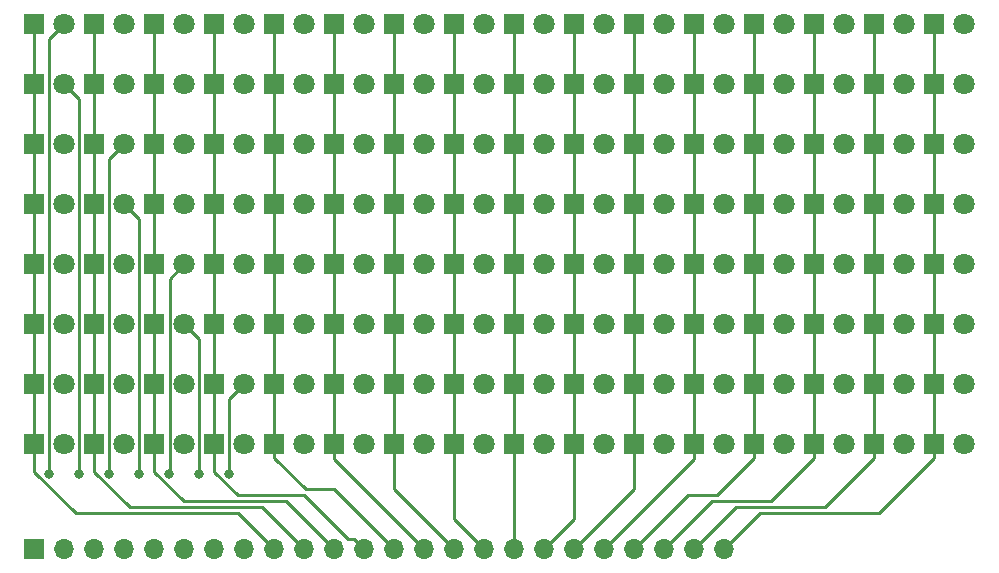
<source format=gbr>
G04 #@! TF.GenerationSoftware,KiCad,Pcbnew,5.0.2-bee76a0~70~ubuntu16.04.1*
G04 #@! TF.CreationDate,2019-11-21T15:25:57-08:00*
G04 #@! TF.ProjectId,led-panel,6c65642d-7061-46e6-956c-2e6b69636164,rev?*
G04 #@! TF.SameCoordinates,Original*
G04 #@! TF.FileFunction,Copper,L1,Top*
G04 #@! TF.FilePolarity,Positive*
%FSLAX46Y46*%
G04 Gerber Fmt 4.6, Leading zero omitted, Abs format (unit mm)*
G04 Created by KiCad (PCBNEW 5.0.2-bee76a0~70~ubuntu16.04.1) date Thu 21 Nov 2019 03:25:57 PM PST*
%MOMM*%
%LPD*%
G01*
G04 APERTURE LIST*
G04 #@! TA.AperFunction,ComponentPad*
%ADD10R,1.800000X1.800000*%
G04 #@! TD*
G04 #@! TA.AperFunction,ComponentPad*
%ADD11C,1.800000*%
G04 #@! TD*
G04 #@! TA.AperFunction,ComponentPad*
%ADD12R,1.700000X1.700000*%
G04 #@! TD*
G04 #@! TA.AperFunction,ComponentPad*
%ADD13O,1.700000X1.700000*%
G04 #@! TD*
G04 #@! TA.AperFunction,ViaPad*
%ADD14C,0.800000*%
G04 #@! TD*
G04 #@! TA.AperFunction,Conductor*
%ADD15C,0.250000*%
G04 #@! TD*
G04 APERTURE END LIST*
D10*
G04 #@! TO.P,D39,1*
G04 #@! TO.N,Net-(D32-Pad1)*
X127000000Y-99060000D03*
D11*
G04 #@! TO.P,D39,2*
G04 #@! TO.N,Net-(D103-Pad2)*
X129540000Y-99060000D03*
G04 #@! TD*
G04 #@! TO.P,D0,2*
G04 #@! TO.N,Net-(D0-Pad2)*
X109220000Y-63500000D03*
D10*
G04 #@! TO.P,D0,1*
G04 #@! TO.N,Net-(D0-Pad1)*
X106680000Y-63500000D03*
G04 #@! TD*
G04 #@! TO.P,D1,1*
G04 #@! TO.N,Net-(D0-Pad1)*
X106680000Y-68580000D03*
D11*
G04 #@! TO.P,D1,2*
G04 #@! TO.N,Net-(D1-Pad2)*
X109220000Y-68580000D03*
G04 #@! TD*
D10*
G04 #@! TO.P,D2,1*
G04 #@! TO.N,Net-(D0-Pad1)*
X106680000Y-73660000D03*
D11*
G04 #@! TO.P,D2,2*
G04 #@! TO.N,Net-(D10-Pad2)*
X109220000Y-73660000D03*
G04 #@! TD*
D10*
G04 #@! TO.P,D3,1*
G04 #@! TO.N,Net-(D0-Pad1)*
X106680000Y-78740000D03*
D11*
G04 #@! TO.P,D3,2*
G04 #@! TO.N,Net-(D107-Pad2)*
X109220000Y-78740000D03*
G04 #@! TD*
G04 #@! TO.P,D4,2*
G04 #@! TO.N,Net-(D100-Pad2)*
X109220000Y-83820000D03*
D10*
G04 #@! TO.P,D4,1*
G04 #@! TO.N,Net-(D0-Pad1)*
X106680000Y-83820000D03*
G04 #@! TD*
G04 #@! TO.P,D5,1*
G04 #@! TO.N,Net-(D0-Pad1)*
X106680000Y-88900000D03*
D11*
G04 #@! TO.P,D5,2*
G04 #@! TO.N,Net-(D101-Pad2)*
X109220000Y-88900000D03*
G04 #@! TD*
D10*
G04 #@! TO.P,D6,1*
G04 #@! TO.N,Net-(D0-Pad1)*
X106680000Y-93980000D03*
D11*
G04 #@! TO.P,D6,2*
G04 #@! TO.N,Net-(D102-Pad2)*
X109220000Y-93980000D03*
G04 #@! TD*
D10*
G04 #@! TO.P,D7,1*
G04 #@! TO.N,Net-(D0-Pad1)*
X106680000Y-99060000D03*
D11*
G04 #@! TO.P,D7,2*
G04 #@! TO.N,Net-(D103-Pad2)*
X109220000Y-99060000D03*
G04 #@! TD*
D10*
G04 #@! TO.P,D8,1*
G04 #@! TO.N,Net-(D10-Pad1)*
X111760000Y-63500000D03*
D11*
G04 #@! TO.P,D8,2*
G04 #@! TO.N,Net-(D0-Pad2)*
X114300000Y-63500000D03*
G04 #@! TD*
G04 #@! TO.P,D9,2*
G04 #@! TO.N,Net-(D1-Pad2)*
X114300000Y-68580000D03*
D10*
G04 #@! TO.P,D9,1*
G04 #@! TO.N,Net-(D10-Pad1)*
X111760000Y-68580000D03*
G04 #@! TD*
D11*
G04 #@! TO.P,D10,2*
G04 #@! TO.N,Net-(D10-Pad2)*
X114300000Y-73660000D03*
D10*
G04 #@! TO.P,D10,1*
G04 #@! TO.N,Net-(D10-Pad1)*
X111760000Y-73660000D03*
G04 #@! TD*
D11*
G04 #@! TO.P,D11,2*
G04 #@! TO.N,Net-(D107-Pad2)*
X114300000Y-78740000D03*
D10*
G04 #@! TO.P,D11,1*
G04 #@! TO.N,Net-(D10-Pad1)*
X111760000Y-78740000D03*
G04 #@! TD*
G04 #@! TO.P,D12,1*
G04 #@! TO.N,Net-(D10-Pad1)*
X111760000Y-83820000D03*
D11*
G04 #@! TO.P,D12,2*
G04 #@! TO.N,Net-(D100-Pad2)*
X114300000Y-83820000D03*
G04 #@! TD*
G04 #@! TO.P,D13,2*
G04 #@! TO.N,Net-(D101-Pad2)*
X114300000Y-88900000D03*
D10*
G04 #@! TO.P,D13,1*
G04 #@! TO.N,Net-(D10-Pad1)*
X111760000Y-88900000D03*
G04 #@! TD*
D11*
G04 #@! TO.P,D14,2*
G04 #@! TO.N,Net-(D102-Pad2)*
X114300000Y-93980000D03*
D10*
G04 #@! TO.P,D14,1*
G04 #@! TO.N,Net-(D10-Pad1)*
X111760000Y-93980000D03*
G04 #@! TD*
D11*
G04 #@! TO.P,D15,2*
G04 #@! TO.N,Net-(D103-Pad2)*
X114300000Y-99060000D03*
D10*
G04 #@! TO.P,D15,1*
G04 #@! TO.N,Net-(D10-Pad1)*
X111760000Y-99060000D03*
G04 #@! TD*
G04 #@! TO.P,D16,1*
G04 #@! TO.N,Net-(D16-Pad1)*
X116840000Y-63500000D03*
D11*
G04 #@! TO.P,D16,2*
G04 #@! TO.N,Net-(D0-Pad2)*
X119380000Y-63500000D03*
G04 #@! TD*
D10*
G04 #@! TO.P,D17,1*
G04 #@! TO.N,Net-(D16-Pad1)*
X116840000Y-68580000D03*
D11*
G04 #@! TO.P,D17,2*
G04 #@! TO.N,Net-(D1-Pad2)*
X119380000Y-68580000D03*
G04 #@! TD*
D10*
G04 #@! TO.P,D18,1*
G04 #@! TO.N,Net-(D16-Pad1)*
X116840000Y-73660000D03*
D11*
G04 #@! TO.P,D18,2*
G04 #@! TO.N,Net-(D10-Pad2)*
X119380000Y-73660000D03*
G04 #@! TD*
D10*
G04 #@! TO.P,D19,1*
G04 #@! TO.N,Net-(D16-Pad1)*
X116840000Y-78740000D03*
D11*
G04 #@! TO.P,D19,2*
G04 #@! TO.N,Net-(D107-Pad2)*
X119380000Y-78740000D03*
G04 #@! TD*
D10*
G04 #@! TO.P,D20,1*
G04 #@! TO.N,Net-(D16-Pad1)*
X116840000Y-83820000D03*
D11*
G04 #@! TO.P,D20,2*
G04 #@! TO.N,Net-(D100-Pad2)*
X119380000Y-83820000D03*
G04 #@! TD*
D10*
G04 #@! TO.P,D21,1*
G04 #@! TO.N,Net-(D16-Pad1)*
X116840000Y-88900000D03*
D11*
G04 #@! TO.P,D21,2*
G04 #@! TO.N,Net-(D101-Pad2)*
X119380000Y-88900000D03*
G04 #@! TD*
D10*
G04 #@! TO.P,D22,1*
G04 #@! TO.N,Net-(D16-Pad1)*
X116840000Y-93980000D03*
D11*
G04 #@! TO.P,D22,2*
G04 #@! TO.N,Net-(D102-Pad2)*
X119380000Y-93980000D03*
G04 #@! TD*
D10*
G04 #@! TO.P,D23,1*
G04 #@! TO.N,Net-(D16-Pad1)*
X116840000Y-99060000D03*
D11*
G04 #@! TO.P,D23,2*
G04 #@! TO.N,Net-(D103-Pad2)*
X119380000Y-99060000D03*
G04 #@! TD*
G04 #@! TO.P,D24,2*
G04 #@! TO.N,Net-(D0-Pad2)*
X124460000Y-63500000D03*
D10*
G04 #@! TO.P,D24,1*
G04 #@! TO.N,Net-(D24-Pad1)*
X121920000Y-63500000D03*
G04 #@! TD*
D11*
G04 #@! TO.P,D25,2*
G04 #@! TO.N,Net-(D1-Pad2)*
X124460000Y-68580000D03*
D10*
G04 #@! TO.P,D25,1*
G04 #@! TO.N,Net-(D24-Pad1)*
X121920000Y-68580000D03*
G04 #@! TD*
D11*
G04 #@! TO.P,D26,2*
G04 #@! TO.N,Net-(D10-Pad2)*
X124460000Y-73660000D03*
D10*
G04 #@! TO.P,D26,1*
G04 #@! TO.N,Net-(D24-Pad1)*
X121920000Y-73660000D03*
G04 #@! TD*
D11*
G04 #@! TO.P,D27,2*
G04 #@! TO.N,Net-(D107-Pad2)*
X124460000Y-78740000D03*
D10*
G04 #@! TO.P,D27,1*
G04 #@! TO.N,Net-(D24-Pad1)*
X121920000Y-78740000D03*
G04 #@! TD*
D11*
G04 #@! TO.P,D28,2*
G04 #@! TO.N,Net-(D100-Pad2)*
X124460000Y-83820000D03*
D10*
G04 #@! TO.P,D28,1*
G04 #@! TO.N,Net-(D24-Pad1)*
X121920000Y-83820000D03*
G04 #@! TD*
D11*
G04 #@! TO.P,D29,2*
G04 #@! TO.N,Net-(D101-Pad2)*
X124460000Y-88900000D03*
D10*
G04 #@! TO.P,D29,1*
G04 #@! TO.N,Net-(D24-Pad1)*
X121920000Y-88900000D03*
G04 #@! TD*
D11*
G04 #@! TO.P,D30,2*
G04 #@! TO.N,Net-(D102-Pad2)*
X124460000Y-93980000D03*
D10*
G04 #@! TO.P,D30,1*
G04 #@! TO.N,Net-(D24-Pad1)*
X121920000Y-93980000D03*
G04 #@! TD*
G04 #@! TO.P,D31,1*
G04 #@! TO.N,Net-(D24-Pad1)*
X121920000Y-99060000D03*
D11*
G04 #@! TO.P,D31,2*
G04 #@! TO.N,Net-(D103-Pad2)*
X124460000Y-99060000D03*
G04 #@! TD*
D10*
G04 #@! TO.P,D32,1*
G04 #@! TO.N,Net-(D32-Pad1)*
X127000000Y-63500000D03*
D11*
G04 #@! TO.P,D32,2*
G04 #@! TO.N,Net-(D0-Pad2)*
X129540000Y-63500000D03*
G04 #@! TD*
D10*
G04 #@! TO.P,D33,1*
G04 #@! TO.N,Net-(D32-Pad1)*
X127000000Y-68580000D03*
D11*
G04 #@! TO.P,D33,2*
G04 #@! TO.N,Net-(D1-Pad2)*
X129540000Y-68580000D03*
G04 #@! TD*
D10*
G04 #@! TO.P,D34,1*
G04 #@! TO.N,Net-(D32-Pad1)*
X127000000Y-73660000D03*
D11*
G04 #@! TO.P,D34,2*
G04 #@! TO.N,Net-(D10-Pad2)*
X129540000Y-73660000D03*
G04 #@! TD*
D10*
G04 #@! TO.P,D35,1*
G04 #@! TO.N,Net-(D32-Pad1)*
X127000000Y-78740000D03*
D11*
G04 #@! TO.P,D35,2*
G04 #@! TO.N,Net-(D107-Pad2)*
X129540000Y-78740000D03*
G04 #@! TD*
G04 #@! TO.P,D36,2*
G04 #@! TO.N,Net-(D100-Pad2)*
X129540000Y-83820000D03*
D10*
G04 #@! TO.P,D36,1*
G04 #@! TO.N,Net-(D32-Pad1)*
X127000000Y-83820000D03*
G04 #@! TD*
G04 #@! TO.P,D37,1*
G04 #@! TO.N,Net-(D32-Pad1)*
X127000000Y-88900000D03*
D11*
G04 #@! TO.P,D37,2*
G04 #@! TO.N,Net-(D101-Pad2)*
X129540000Y-88900000D03*
G04 #@! TD*
D10*
G04 #@! TO.P,D38,1*
G04 #@! TO.N,Net-(D32-Pad1)*
X127000000Y-93980000D03*
D11*
G04 #@! TO.P,D38,2*
G04 #@! TO.N,Net-(D102-Pad2)*
X129540000Y-93980000D03*
G04 #@! TD*
G04 #@! TO.P,D40,2*
G04 #@! TO.N,Net-(D0-Pad2)*
X134620000Y-63500000D03*
D10*
G04 #@! TO.P,D40,1*
G04 #@! TO.N,Net-(D40-Pad1)*
X132080000Y-63500000D03*
G04 #@! TD*
D11*
G04 #@! TO.P,D41,2*
G04 #@! TO.N,Net-(D1-Pad2)*
X134620000Y-68580000D03*
D10*
G04 #@! TO.P,D41,1*
G04 #@! TO.N,Net-(D40-Pad1)*
X132080000Y-68580000D03*
G04 #@! TD*
D11*
G04 #@! TO.P,D42,2*
G04 #@! TO.N,Net-(D10-Pad2)*
X134620000Y-73660000D03*
D10*
G04 #@! TO.P,D42,1*
G04 #@! TO.N,Net-(D40-Pad1)*
X132080000Y-73660000D03*
G04 #@! TD*
D11*
G04 #@! TO.P,D43,2*
G04 #@! TO.N,Net-(D107-Pad2)*
X134620000Y-78740000D03*
D10*
G04 #@! TO.P,D43,1*
G04 #@! TO.N,Net-(D40-Pad1)*
X132080000Y-78740000D03*
G04 #@! TD*
D11*
G04 #@! TO.P,D44,2*
G04 #@! TO.N,Net-(D100-Pad2)*
X134620000Y-83820000D03*
D10*
G04 #@! TO.P,D44,1*
G04 #@! TO.N,Net-(D40-Pad1)*
X132080000Y-83820000D03*
G04 #@! TD*
D11*
G04 #@! TO.P,D45,2*
G04 #@! TO.N,Net-(D101-Pad2)*
X134620000Y-88900000D03*
D10*
G04 #@! TO.P,D45,1*
G04 #@! TO.N,Net-(D40-Pad1)*
X132080000Y-88900000D03*
G04 #@! TD*
D11*
G04 #@! TO.P,D46,2*
G04 #@! TO.N,Net-(D102-Pad2)*
X134620000Y-93980000D03*
D10*
G04 #@! TO.P,D46,1*
G04 #@! TO.N,Net-(D40-Pad1)*
X132080000Y-93980000D03*
G04 #@! TD*
D11*
G04 #@! TO.P,D47,2*
G04 #@! TO.N,Net-(D103-Pad2)*
X134620000Y-99060000D03*
D10*
G04 #@! TO.P,D47,1*
G04 #@! TO.N,Net-(D40-Pad1)*
X132080000Y-99060000D03*
G04 #@! TD*
G04 #@! TO.P,D48,1*
G04 #@! TO.N,Net-(D48-Pad1)*
X137160000Y-63500000D03*
D11*
G04 #@! TO.P,D48,2*
G04 #@! TO.N,Net-(D0-Pad2)*
X139700000Y-63500000D03*
G04 #@! TD*
D10*
G04 #@! TO.P,D49,1*
G04 #@! TO.N,Net-(D48-Pad1)*
X137160000Y-68580000D03*
D11*
G04 #@! TO.P,D49,2*
G04 #@! TO.N,Net-(D1-Pad2)*
X139700000Y-68580000D03*
G04 #@! TD*
D10*
G04 #@! TO.P,D50,1*
G04 #@! TO.N,Net-(D48-Pad1)*
X137160000Y-73660000D03*
D11*
G04 #@! TO.P,D50,2*
G04 #@! TO.N,Net-(D10-Pad2)*
X139700000Y-73660000D03*
G04 #@! TD*
D10*
G04 #@! TO.P,D51,1*
G04 #@! TO.N,Net-(D48-Pad1)*
X137160000Y-78740000D03*
D11*
G04 #@! TO.P,D51,2*
G04 #@! TO.N,Net-(D107-Pad2)*
X139700000Y-78740000D03*
G04 #@! TD*
D10*
G04 #@! TO.P,D52,1*
G04 #@! TO.N,Net-(D48-Pad1)*
X137160000Y-83820000D03*
D11*
G04 #@! TO.P,D52,2*
G04 #@! TO.N,Net-(D100-Pad2)*
X139700000Y-83820000D03*
G04 #@! TD*
D10*
G04 #@! TO.P,D53,1*
G04 #@! TO.N,Net-(D48-Pad1)*
X137160000Y-88900000D03*
D11*
G04 #@! TO.P,D53,2*
G04 #@! TO.N,Net-(D101-Pad2)*
X139700000Y-88900000D03*
G04 #@! TD*
D10*
G04 #@! TO.P,D54,1*
G04 #@! TO.N,Net-(D48-Pad1)*
X137160000Y-93980000D03*
D11*
G04 #@! TO.P,D54,2*
G04 #@! TO.N,Net-(D102-Pad2)*
X139700000Y-93980000D03*
G04 #@! TD*
D10*
G04 #@! TO.P,D55,1*
G04 #@! TO.N,Net-(D48-Pad1)*
X137160000Y-99060000D03*
D11*
G04 #@! TO.P,D55,2*
G04 #@! TO.N,Net-(D103-Pad2)*
X139700000Y-99060000D03*
G04 #@! TD*
G04 #@! TO.P,D56,2*
G04 #@! TO.N,Net-(D0-Pad2)*
X144780000Y-63500000D03*
D10*
G04 #@! TO.P,D56,1*
G04 #@! TO.N,Net-(D56-Pad1)*
X142240000Y-63500000D03*
G04 #@! TD*
D11*
G04 #@! TO.P,D57,2*
G04 #@! TO.N,Net-(D1-Pad2)*
X144780000Y-68580000D03*
D10*
G04 #@! TO.P,D57,1*
G04 #@! TO.N,Net-(D56-Pad1)*
X142240000Y-68580000D03*
G04 #@! TD*
D11*
G04 #@! TO.P,D58,2*
G04 #@! TO.N,Net-(D10-Pad2)*
X144780000Y-73660000D03*
D10*
G04 #@! TO.P,D58,1*
G04 #@! TO.N,Net-(D56-Pad1)*
X142240000Y-73660000D03*
G04 #@! TD*
D11*
G04 #@! TO.P,D59,2*
G04 #@! TO.N,Net-(D107-Pad2)*
X144780000Y-78740000D03*
D10*
G04 #@! TO.P,D59,1*
G04 #@! TO.N,Net-(D56-Pad1)*
X142240000Y-78740000D03*
G04 #@! TD*
D11*
G04 #@! TO.P,D60,2*
G04 #@! TO.N,Net-(D100-Pad2)*
X144780000Y-83820000D03*
D10*
G04 #@! TO.P,D60,1*
G04 #@! TO.N,Net-(D56-Pad1)*
X142240000Y-83820000D03*
G04 #@! TD*
D11*
G04 #@! TO.P,D61,2*
G04 #@! TO.N,Net-(D101-Pad2)*
X144780000Y-88900000D03*
D10*
G04 #@! TO.P,D61,1*
G04 #@! TO.N,Net-(D56-Pad1)*
X142240000Y-88900000D03*
G04 #@! TD*
D11*
G04 #@! TO.P,D62,2*
G04 #@! TO.N,Net-(D102-Pad2)*
X144780000Y-93980000D03*
D10*
G04 #@! TO.P,D62,1*
G04 #@! TO.N,Net-(D56-Pad1)*
X142240000Y-93980000D03*
G04 #@! TD*
G04 #@! TO.P,D63,1*
G04 #@! TO.N,Net-(D56-Pad1)*
X142240000Y-99060000D03*
D11*
G04 #@! TO.P,D63,2*
G04 #@! TO.N,Net-(D103-Pad2)*
X144780000Y-99060000D03*
G04 #@! TD*
G04 #@! TO.P,D64,2*
G04 #@! TO.N,Net-(D0-Pad2)*
X149860000Y-63500000D03*
D10*
G04 #@! TO.P,D64,1*
G04 #@! TO.N,Net-(D64-Pad1)*
X147320000Y-63500000D03*
G04 #@! TD*
G04 #@! TO.P,D65,1*
G04 #@! TO.N,Net-(D64-Pad1)*
X147320000Y-68580000D03*
D11*
G04 #@! TO.P,D65,2*
G04 #@! TO.N,Net-(D1-Pad2)*
X149860000Y-68580000D03*
G04 #@! TD*
D10*
G04 #@! TO.P,D66,1*
G04 #@! TO.N,Net-(D64-Pad1)*
X147320000Y-73660000D03*
D11*
G04 #@! TO.P,D66,2*
G04 #@! TO.N,Net-(D10-Pad2)*
X149860000Y-73660000D03*
G04 #@! TD*
D10*
G04 #@! TO.P,D67,1*
G04 #@! TO.N,Net-(D64-Pad1)*
X147320000Y-78740000D03*
D11*
G04 #@! TO.P,D67,2*
G04 #@! TO.N,Net-(D107-Pad2)*
X149860000Y-78740000D03*
G04 #@! TD*
D10*
G04 #@! TO.P,D68,1*
G04 #@! TO.N,Net-(D64-Pad1)*
X147320000Y-83820000D03*
D11*
G04 #@! TO.P,D68,2*
G04 #@! TO.N,Net-(D100-Pad2)*
X149860000Y-83820000D03*
G04 #@! TD*
D10*
G04 #@! TO.P,D69,1*
G04 #@! TO.N,Net-(D64-Pad1)*
X147320000Y-88900000D03*
D11*
G04 #@! TO.P,D69,2*
G04 #@! TO.N,Net-(D101-Pad2)*
X149860000Y-88900000D03*
G04 #@! TD*
D10*
G04 #@! TO.P,D70,1*
G04 #@! TO.N,Net-(D64-Pad1)*
X147320000Y-93980000D03*
D11*
G04 #@! TO.P,D70,2*
G04 #@! TO.N,Net-(D102-Pad2)*
X149860000Y-93980000D03*
G04 #@! TD*
D10*
G04 #@! TO.P,D71,1*
G04 #@! TO.N,Net-(D64-Pad1)*
X147320000Y-99060000D03*
D11*
G04 #@! TO.P,D71,2*
G04 #@! TO.N,Net-(D103-Pad2)*
X149860000Y-99060000D03*
G04 #@! TD*
G04 #@! TO.P,D72,2*
G04 #@! TO.N,Net-(D0-Pad2)*
X154940000Y-63500000D03*
D10*
G04 #@! TO.P,D72,1*
G04 #@! TO.N,Net-(D72-Pad1)*
X152400000Y-63500000D03*
G04 #@! TD*
D11*
G04 #@! TO.P,D73,2*
G04 #@! TO.N,Net-(D1-Pad2)*
X154940000Y-68580000D03*
D10*
G04 #@! TO.P,D73,1*
G04 #@! TO.N,Net-(D72-Pad1)*
X152400000Y-68580000D03*
G04 #@! TD*
D11*
G04 #@! TO.P,D74,2*
G04 #@! TO.N,Net-(D10-Pad2)*
X154940000Y-73660000D03*
D10*
G04 #@! TO.P,D74,1*
G04 #@! TO.N,Net-(D72-Pad1)*
X152400000Y-73660000D03*
G04 #@! TD*
D11*
G04 #@! TO.P,D75,2*
G04 #@! TO.N,Net-(D107-Pad2)*
X154940000Y-78740000D03*
D10*
G04 #@! TO.P,D75,1*
G04 #@! TO.N,Net-(D72-Pad1)*
X152400000Y-78740000D03*
G04 #@! TD*
D11*
G04 #@! TO.P,D76,2*
G04 #@! TO.N,Net-(D100-Pad2)*
X154940000Y-83820000D03*
D10*
G04 #@! TO.P,D76,1*
G04 #@! TO.N,Net-(D72-Pad1)*
X152400000Y-83820000D03*
G04 #@! TD*
D11*
G04 #@! TO.P,D77,2*
G04 #@! TO.N,Net-(D101-Pad2)*
X154940000Y-88900000D03*
D10*
G04 #@! TO.P,D77,1*
G04 #@! TO.N,Net-(D72-Pad1)*
X152400000Y-88900000D03*
G04 #@! TD*
D11*
G04 #@! TO.P,D78,2*
G04 #@! TO.N,Net-(D102-Pad2)*
X154940000Y-93980000D03*
D10*
G04 #@! TO.P,D78,1*
G04 #@! TO.N,Net-(D72-Pad1)*
X152400000Y-93980000D03*
G04 #@! TD*
D11*
G04 #@! TO.P,D79,2*
G04 #@! TO.N,Net-(D103-Pad2)*
X154940000Y-99060000D03*
D10*
G04 #@! TO.P,D79,1*
G04 #@! TO.N,Net-(D72-Pad1)*
X152400000Y-99060000D03*
G04 #@! TD*
G04 #@! TO.P,D80,1*
G04 #@! TO.N,Net-(D80-Pad1)*
X157480000Y-63500000D03*
D11*
G04 #@! TO.P,D80,2*
G04 #@! TO.N,Net-(D0-Pad2)*
X160020000Y-63500000D03*
G04 #@! TD*
D10*
G04 #@! TO.P,D81,1*
G04 #@! TO.N,Net-(D80-Pad1)*
X157480000Y-68580000D03*
D11*
G04 #@! TO.P,D81,2*
G04 #@! TO.N,Net-(D1-Pad2)*
X160020000Y-68580000D03*
G04 #@! TD*
D10*
G04 #@! TO.P,D82,1*
G04 #@! TO.N,Net-(D80-Pad1)*
X157480000Y-73660000D03*
D11*
G04 #@! TO.P,D82,2*
G04 #@! TO.N,Net-(D10-Pad2)*
X160020000Y-73660000D03*
G04 #@! TD*
D10*
G04 #@! TO.P,D83,1*
G04 #@! TO.N,Net-(D80-Pad1)*
X157480000Y-78740000D03*
D11*
G04 #@! TO.P,D83,2*
G04 #@! TO.N,Net-(D107-Pad2)*
X160020000Y-78740000D03*
G04 #@! TD*
D10*
G04 #@! TO.P,D84,1*
G04 #@! TO.N,Net-(D80-Pad1)*
X157480000Y-83820000D03*
D11*
G04 #@! TO.P,D84,2*
G04 #@! TO.N,Net-(D100-Pad2)*
X160020000Y-83820000D03*
G04 #@! TD*
D10*
G04 #@! TO.P,D85,1*
G04 #@! TO.N,Net-(D80-Pad1)*
X157480000Y-88900000D03*
D11*
G04 #@! TO.P,D85,2*
G04 #@! TO.N,Net-(D101-Pad2)*
X160020000Y-88900000D03*
G04 #@! TD*
D10*
G04 #@! TO.P,D86,1*
G04 #@! TO.N,Net-(D80-Pad1)*
X157480000Y-93980000D03*
D11*
G04 #@! TO.P,D86,2*
G04 #@! TO.N,Net-(D102-Pad2)*
X160020000Y-93980000D03*
G04 #@! TD*
D10*
G04 #@! TO.P,D87,1*
G04 #@! TO.N,Net-(D80-Pad1)*
X157480000Y-99060000D03*
D11*
G04 #@! TO.P,D87,2*
G04 #@! TO.N,Net-(D103-Pad2)*
X160020000Y-99060000D03*
G04 #@! TD*
G04 #@! TO.P,D88,2*
G04 #@! TO.N,Net-(D0-Pad2)*
X165100000Y-63500000D03*
D10*
G04 #@! TO.P,D88,1*
G04 #@! TO.N,Net-(D88-Pad1)*
X162560000Y-63500000D03*
G04 #@! TD*
D11*
G04 #@! TO.P,D89,2*
G04 #@! TO.N,Net-(D1-Pad2)*
X165100000Y-68580000D03*
D10*
G04 #@! TO.P,D89,1*
G04 #@! TO.N,Net-(D88-Pad1)*
X162560000Y-68580000D03*
G04 #@! TD*
D11*
G04 #@! TO.P,D90,2*
G04 #@! TO.N,Net-(D10-Pad2)*
X165100000Y-73660000D03*
D10*
G04 #@! TO.P,D90,1*
G04 #@! TO.N,Net-(D88-Pad1)*
X162560000Y-73660000D03*
G04 #@! TD*
D11*
G04 #@! TO.P,D91,2*
G04 #@! TO.N,Net-(D107-Pad2)*
X165100000Y-78740000D03*
D10*
G04 #@! TO.P,D91,1*
G04 #@! TO.N,Net-(D88-Pad1)*
X162560000Y-78740000D03*
G04 #@! TD*
D11*
G04 #@! TO.P,D92,2*
G04 #@! TO.N,Net-(D100-Pad2)*
X165100000Y-83820000D03*
D10*
G04 #@! TO.P,D92,1*
G04 #@! TO.N,Net-(D88-Pad1)*
X162560000Y-83820000D03*
G04 #@! TD*
D11*
G04 #@! TO.P,D93,2*
G04 #@! TO.N,Net-(D101-Pad2)*
X165100000Y-88900000D03*
D10*
G04 #@! TO.P,D93,1*
G04 #@! TO.N,Net-(D88-Pad1)*
X162560000Y-88900000D03*
G04 #@! TD*
D11*
G04 #@! TO.P,D94,2*
G04 #@! TO.N,Net-(D102-Pad2)*
X165100000Y-93980000D03*
D10*
G04 #@! TO.P,D94,1*
G04 #@! TO.N,Net-(D88-Pad1)*
X162560000Y-93980000D03*
G04 #@! TD*
D11*
G04 #@! TO.P,D95,2*
G04 #@! TO.N,Net-(D103-Pad2)*
X165100000Y-99060000D03*
D10*
G04 #@! TO.P,D95,1*
G04 #@! TO.N,Net-(D88-Pad1)*
X162560000Y-99060000D03*
G04 #@! TD*
G04 #@! TO.P,D96,1*
G04 #@! TO.N,Net-(D100-Pad1)*
X167640000Y-63500000D03*
D11*
G04 #@! TO.P,D96,2*
G04 #@! TO.N,Net-(D0-Pad2)*
X170180000Y-63500000D03*
G04 #@! TD*
D10*
G04 #@! TO.P,D97,1*
G04 #@! TO.N,Net-(D100-Pad1)*
X167640000Y-68580000D03*
D11*
G04 #@! TO.P,D97,2*
G04 #@! TO.N,Net-(D1-Pad2)*
X170180000Y-68580000D03*
G04 #@! TD*
D10*
G04 #@! TO.P,D98,1*
G04 #@! TO.N,Net-(D100-Pad1)*
X167640000Y-73660000D03*
D11*
G04 #@! TO.P,D98,2*
G04 #@! TO.N,Net-(D10-Pad2)*
X170180000Y-73660000D03*
G04 #@! TD*
D10*
G04 #@! TO.P,D99,1*
G04 #@! TO.N,Net-(D100-Pad1)*
X167640000Y-78740000D03*
D11*
G04 #@! TO.P,D99,2*
G04 #@! TO.N,Net-(D107-Pad2)*
X170180000Y-78740000D03*
G04 #@! TD*
D10*
G04 #@! TO.P,D100,1*
G04 #@! TO.N,Net-(D100-Pad1)*
X167640000Y-83820000D03*
D11*
G04 #@! TO.P,D100,2*
G04 #@! TO.N,Net-(D100-Pad2)*
X170180000Y-83820000D03*
G04 #@! TD*
D10*
G04 #@! TO.P,D101,1*
G04 #@! TO.N,Net-(D100-Pad1)*
X167640000Y-88900000D03*
D11*
G04 #@! TO.P,D101,2*
G04 #@! TO.N,Net-(D101-Pad2)*
X170180000Y-88900000D03*
G04 #@! TD*
D10*
G04 #@! TO.P,D102,1*
G04 #@! TO.N,Net-(D100-Pad1)*
X167640000Y-93980000D03*
D11*
G04 #@! TO.P,D102,2*
G04 #@! TO.N,Net-(D102-Pad2)*
X170180000Y-93980000D03*
G04 #@! TD*
D10*
G04 #@! TO.P,D103,1*
G04 #@! TO.N,Net-(D100-Pad1)*
X167640000Y-99060000D03*
D11*
G04 #@! TO.P,D103,2*
G04 #@! TO.N,Net-(D103-Pad2)*
X170180000Y-99060000D03*
G04 #@! TD*
G04 #@! TO.P,D104,2*
G04 #@! TO.N,Net-(D0-Pad2)*
X175260000Y-63500000D03*
D10*
G04 #@! TO.P,D104,1*
G04 #@! TO.N,Net-(D104-Pad1)*
X172720000Y-63500000D03*
G04 #@! TD*
D11*
G04 #@! TO.P,D105,2*
G04 #@! TO.N,Net-(D1-Pad2)*
X175260000Y-68580000D03*
D10*
G04 #@! TO.P,D105,1*
G04 #@! TO.N,Net-(D104-Pad1)*
X172720000Y-68580000D03*
G04 #@! TD*
D11*
G04 #@! TO.P,D106,2*
G04 #@! TO.N,Net-(D10-Pad2)*
X175260000Y-73660000D03*
D10*
G04 #@! TO.P,D106,1*
G04 #@! TO.N,Net-(D104-Pad1)*
X172720000Y-73660000D03*
G04 #@! TD*
D11*
G04 #@! TO.P,D107,2*
G04 #@! TO.N,Net-(D107-Pad2)*
X175260000Y-78740000D03*
D10*
G04 #@! TO.P,D107,1*
G04 #@! TO.N,Net-(D104-Pad1)*
X172720000Y-78740000D03*
G04 #@! TD*
D11*
G04 #@! TO.P,D108,2*
G04 #@! TO.N,Net-(D100-Pad2)*
X175260000Y-83820000D03*
D10*
G04 #@! TO.P,D108,1*
G04 #@! TO.N,Net-(D104-Pad1)*
X172720000Y-83820000D03*
G04 #@! TD*
D11*
G04 #@! TO.P,D109,2*
G04 #@! TO.N,Net-(D101-Pad2)*
X175260000Y-88900000D03*
D10*
G04 #@! TO.P,D109,1*
G04 #@! TO.N,Net-(D104-Pad1)*
X172720000Y-88900000D03*
G04 #@! TD*
D11*
G04 #@! TO.P,D110,2*
G04 #@! TO.N,Net-(D102-Pad2)*
X175260000Y-93980000D03*
D10*
G04 #@! TO.P,D110,1*
G04 #@! TO.N,Net-(D104-Pad1)*
X172720000Y-93980000D03*
G04 #@! TD*
D11*
G04 #@! TO.P,D111,2*
G04 #@! TO.N,Net-(D103-Pad2)*
X175260000Y-99060000D03*
D10*
G04 #@! TO.P,D111,1*
G04 #@! TO.N,Net-(D104-Pad1)*
X172720000Y-99060000D03*
G04 #@! TD*
G04 #@! TO.P,D112,1*
G04 #@! TO.N,Net-(D112-Pad1)*
X177800000Y-63500000D03*
D11*
G04 #@! TO.P,D112,2*
G04 #@! TO.N,Net-(D0-Pad2)*
X180340000Y-63500000D03*
G04 #@! TD*
D10*
G04 #@! TO.P,D113,1*
G04 #@! TO.N,Net-(D112-Pad1)*
X177800000Y-68580000D03*
D11*
G04 #@! TO.P,D113,2*
G04 #@! TO.N,Net-(D1-Pad2)*
X180340000Y-68580000D03*
G04 #@! TD*
D10*
G04 #@! TO.P,D114,1*
G04 #@! TO.N,Net-(D112-Pad1)*
X177800000Y-73660000D03*
D11*
G04 #@! TO.P,D114,2*
G04 #@! TO.N,Net-(D10-Pad2)*
X180340000Y-73660000D03*
G04 #@! TD*
D10*
G04 #@! TO.P,D115,1*
G04 #@! TO.N,Net-(D112-Pad1)*
X177800000Y-78740000D03*
D11*
G04 #@! TO.P,D115,2*
G04 #@! TO.N,Net-(D107-Pad2)*
X180340000Y-78740000D03*
G04 #@! TD*
D10*
G04 #@! TO.P,D116,1*
G04 #@! TO.N,Net-(D112-Pad1)*
X177800000Y-83820000D03*
D11*
G04 #@! TO.P,D116,2*
G04 #@! TO.N,Net-(D100-Pad2)*
X180340000Y-83820000D03*
G04 #@! TD*
D10*
G04 #@! TO.P,D117,1*
G04 #@! TO.N,Net-(D112-Pad1)*
X177800000Y-88900000D03*
D11*
G04 #@! TO.P,D117,2*
G04 #@! TO.N,Net-(D101-Pad2)*
X180340000Y-88900000D03*
G04 #@! TD*
D10*
G04 #@! TO.P,D118,1*
G04 #@! TO.N,Net-(D112-Pad1)*
X177800000Y-93980000D03*
D11*
G04 #@! TO.P,D118,2*
G04 #@! TO.N,Net-(D102-Pad2)*
X180340000Y-93980000D03*
G04 #@! TD*
D10*
G04 #@! TO.P,D119,1*
G04 #@! TO.N,Net-(D112-Pad1)*
X177800000Y-99060000D03*
D11*
G04 #@! TO.P,D119,2*
G04 #@! TO.N,Net-(D103-Pad2)*
X180340000Y-99060000D03*
G04 #@! TD*
G04 #@! TO.P,D120,2*
G04 #@! TO.N,Net-(D0-Pad2)*
X185420000Y-63500000D03*
D10*
G04 #@! TO.P,D120,1*
G04 #@! TO.N,Net-(D120-Pad1)*
X182880000Y-63500000D03*
G04 #@! TD*
D11*
G04 #@! TO.P,D121,2*
G04 #@! TO.N,Net-(D1-Pad2)*
X185420000Y-68580000D03*
D10*
G04 #@! TO.P,D121,1*
G04 #@! TO.N,Net-(D120-Pad1)*
X182880000Y-68580000D03*
G04 #@! TD*
D11*
G04 #@! TO.P,D122,2*
G04 #@! TO.N,Net-(D10-Pad2)*
X185420000Y-73660000D03*
D10*
G04 #@! TO.P,D122,1*
G04 #@! TO.N,Net-(D120-Pad1)*
X182880000Y-73660000D03*
G04 #@! TD*
D11*
G04 #@! TO.P,D123,2*
G04 #@! TO.N,Net-(D107-Pad2)*
X185420000Y-78740000D03*
D10*
G04 #@! TO.P,D123,1*
G04 #@! TO.N,Net-(D120-Pad1)*
X182880000Y-78740000D03*
G04 #@! TD*
D11*
G04 #@! TO.P,D124,2*
G04 #@! TO.N,Net-(D100-Pad2)*
X185420000Y-83820000D03*
D10*
G04 #@! TO.P,D124,1*
G04 #@! TO.N,Net-(D120-Pad1)*
X182880000Y-83820000D03*
G04 #@! TD*
D11*
G04 #@! TO.P,D125,2*
G04 #@! TO.N,Net-(D101-Pad2)*
X185420000Y-88900000D03*
D10*
G04 #@! TO.P,D125,1*
G04 #@! TO.N,Net-(D120-Pad1)*
X182880000Y-88900000D03*
G04 #@! TD*
D11*
G04 #@! TO.P,D126,2*
G04 #@! TO.N,Net-(D102-Pad2)*
X185420000Y-93980000D03*
D10*
G04 #@! TO.P,D126,1*
G04 #@! TO.N,Net-(D120-Pad1)*
X182880000Y-93980000D03*
G04 #@! TD*
D11*
G04 #@! TO.P,D127,2*
G04 #@! TO.N,Net-(D103-Pad2)*
X185420000Y-99060000D03*
D10*
G04 #@! TO.P,D127,1*
G04 #@! TO.N,Net-(D120-Pad1)*
X182880000Y-99060000D03*
G04 #@! TD*
D12*
G04 #@! TO.P,J1,1*
G04 #@! TO.N,Net-(D0-Pad2)*
X106680000Y-107950000D03*
D13*
G04 #@! TO.P,J1,2*
G04 #@! TO.N,Net-(D1-Pad2)*
X109220000Y-107950000D03*
G04 #@! TO.P,J1,3*
G04 #@! TO.N,Net-(D10-Pad2)*
X111760000Y-107950000D03*
G04 #@! TO.P,J1,4*
G04 #@! TO.N,Net-(D107-Pad2)*
X114300000Y-107950000D03*
G04 #@! TO.P,J1,5*
G04 #@! TO.N,Net-(D100-Pad2)*
X116840000Y-107950000D03*
G04 #@! TO.P,J1,6*
G04 #@! TO.N,Net-(D101-Pad2)*
X119380000Y-107950000D03*
G04 #@! TO.P,J1,7*
G04 #@! TO.N,Net-(D102-Pad2)*
X121920000Y-107950000D03*
G04 #@! TO.P,J1,8*
G04 #@! TO.N,Net-(D103-Pad2)*
X124460000Y-107950000D03*
G04 #@! TO.P,J1,9*
G04 #@! TO.N,Net-(D0-Pad1)*
X127000000Y-107950000D03*
G04 #@! TO.P,J1,10*
G04 #@! TO.N,Net-(D10-Pad1)*
X129540000Y-107950000D03*
G04 #@! TO.P,J1,11*
G04 #@! TO.N,Net-(D16-Pad1)*
X132080000Y-107950000D03*
G04 #@! TO.P,J1,12*
G04 #@! TO.N,Net-(D24-Pad1)*
X134620000Y-107950000D03*
G04 #@! TO.P,J1,13*
G04 #@! TO.N,Net-(D32-Pad1)*
X137160000Y-107950000D03*
G04 #@! TO.P,J1,14*
G04 #@! TO.N,Net-(D40-Pad1)*
X139700000Y-107950000D03*
G04 #@! TO.P,J1,15*
G04 #@! TO.N,Net-(D48-Pad1)*
X142240000Y-107950000D03*
G04 #@! TO.P,J1,16*
G04 #@! TO.N,Net-(D56-Pad1)*
X144780000Y-107950000D03*
G04 #@! TO.P,J1,17*
G04 #@! TO.N,Net-(D64-Pad1)*
X147320000Y-107950000D03*
G04 #@! TO.P,J1,18*
G04 #@! TO.N,Net-(D72-Pad1)*
X149860000Y-107950000D03*
G04 #@! TO.P,J1,19*
G04 #@! TO.N,Net-(D80-Pad1)*
X152400000Y-107950000D03*
G04 #@! TO.P,J1,20*
G04 #@! TO.N,Net-(D88-Pad1)*
X154940000Y-107950000D03*
G04 #@! TO.P,J1,21*
G04 #@! TO.N,Net-(D100-Pad1)*
X157480000Y-107950000D03*
G04 #@! TO.P,J1,22*
G04 #@! TO.N,Net-(D104-Pad1)*
X160020000Y-107950000D03*
G04 #@! TO.P,J1,23*
G04 #@! TO.N,Net-(D112-Pad1)*
X162560000Y-107950000D03*
G04 #@! TO.P,J1,24*
G04 #@! TO.N,Net-(D120-Pad1)*
X165100000Y-107950000D03*
G04 #@! TD*
D14*
G04 #@! TO.N,Net-(D0-Pad2)*
X107950000Y-101600000D03*
G04 #@! TO.N,Net-(D1-Pad2)*
X110490000Y-101600000D03*
G04 #@! TO.N,Net-(D10-Pad2)*
X113030000Y-101600000D03*
G04 #@! TO.N,Net-(D107-Pad2)*
X115570000Y-101600000D03*
G04 #@! TO.N,Net-(D100-Pad2)*
X118110000Y-101600000D03*
G04 #@! TO.N,Net-(D101-Pad2)*
X120650000Y-101600000D03*
G04 #@! TO.N,Net-(D102-Pad2)*
X123190000Y-101600000D03*
G04 #@! TD*
D15*
G04 #@! TO.N,Net-(D0-Pad2)*
X107950000Y-64770000D02*
X107950000Y-101600000D01*
X109220000Y-63500000D02*
X107950000Y-64770000D01*
G04 #@! TO.N,Net-(D0-Pad1)*
X106680000Y-68580000D02*
X106680000Y-63500000D01*
X106680000Y-68580000D02*
X106680000Y-73660000D01*
X106680000Y-73660000D02*
X106680000Y-78740000D01*
X106680000Y-78740000D02*
X106680000Y-83820000D01*
X106680000Y-83820000D02*
X106680000Y-88900000D01*
X106680000Y-88900000D02*
X106680000Y-93980000D01*
X106680000Y-93980000D02*
X106680000Y-99060000D01*
X126150001Y-107100001D02*
X127000000Y-107950000D01*
X110178998Y-104902000D02*
X123952000Y-104902000D01*
X106680000Y-99060000D02*
X106680000Y-101403002D01*
X123952000Y-104902000D02*
X126150001Y-107100001D01*
X106680000Y-101403002D02*
X110178998Y-104902000D01*
G04 #@! TO.N,Net-(D1-Pad2)*
X110490000Y-69850000D02*
X110490000Y-101600000D01*
X109220000Y-68580000D02*
X110490000Y-69850000D01*
G04 #@! TO.N,Net-(D10-Pad2)*
X113030000Y-74930000D02*
X113030000Y-101600000D01*
X114300000Y-73660000D02*
X113030000Y-74930000D01*
G04 #@! TO.N,Net-(D107-Pad2)*
X115570000Y-80010000D02*
X115570000Y-101600000D01*
X114300000Y-78740000D02*
X115570000Y-80010000D01*
G04 #@! TO.N,Net-(D100-Pad2)*
X118154999Y-101555001D02*
X118110000Y-101600000D01*
X118154999Y-85045001D02*
X118154999Y-101555001D01*
X119380000Y-83820000D02*
X118154999Y-85045001D01*
G04 #@! TO.N,Net-(D101-Pad2)*
X120605001Y-101555001D02*
X120650000Y-101600000D01*
X120605001Y-90125001D02*
X120605001Y-101555001D01*
X119380000Y-88900000D02*
X120605001Y-90125001D01*
G04 #@! TO.N,Net-(D102-Pad2)*
X123190000Y-95250000D02*
X123190000Y-101600000D01*
X124460000Y-93980000D02*
X123190000Y-95250000D01*
G04 #@! TO.N,Net-(D10-Pad1)*
X111760000Y-99060000D02*
X111760000Y-93980000D01*
X111760000Y-93980000D02*
X111760000Y-88900000D01*
X111760000Y-88900000D02*
X111760000Y-83820000D01*
X111760000Y-83820000D02*
X111760000Y-78740000D01*
X111760000Y-78740000D02*
X111760000Y-73660000D01*
X111760000Y-73660000D02*
X111760000Y-68580000D01*
X111760000Y-63500000D02*
X111760000Y-68580000D01*
X128690001Y-107100001D02*
X129540000Y-107950000D01*
X111760000Y-101403002D02*
X114750998Y-104394000D01*
X114750998Y-104394000D02*
X125984000Y-104394000D01*
X111760000Y-99060000D02*
X111760000Y-101403002D01*
X125984000Y-104394000D02*
X128690001Y-107100001D01*
G04 #@! TO.N,Net-(D16-Pad1)*
X116840000Y-63500000D02*
X116840000Y-68580000D01*
X116840000Y-99060000D02*
X116840000Y-93980000D01*
X116840000Y-88900000D02*
X116840000Y-93980000D01*
X116840000Y-88900000D02*
X116840000Y-83820000D01*
X116840000Y-77590000D02*
X116840000Y-73660000D01*
X116840000Y-78740000D02*
X116840000Y-77590000D01*
X116840000Y-73660000D02*
X116840000Y-68580000D01*
X116840000Y-79890000D02*
X116840000Y-83820000D01*
X116840000Y-78740000D02*
X116840000Y-79890000D01*
X131230001Y-107100001D02*
X132080000Y-107950000D01*
X116840000Y-99060000D02*
X116840000Y-101403002D01*
X119322998Y-103886000D02*
X128016000Y-103886000D01*
X116840000Y-101403002D02*
X119322998Y-103886000D01*
X128016000Y-103886000D02*
X131230001Y-107100001D01*
G04 #@! TO.N,Net-(D24-Pad1)*
X121920000Y-63500000D02*
X121920000Y-68580000D01*
X121920000Y-99060000D02*
X121920000Y-93980000D01*
X121920000Y-93980000D02*
X121920000Y-88900000D01*
X121920000Y-88900000D02*
X121920000Y-83820000D01*
X121920000Y-69730000D02*
X121920000Y-73660000D01*
X121920000Y-68580000D02*
X121920000Y-69730000D01*
X121920000Y-73660000D02*
X121920000Y-78740000D01*
X121920000Y-78740000D02*
X121920000Y-83820000D01*
X121920000Y-100210000D02*
X121920000Y-99060000D01*
X121920000Y-101403002D02*
X121920000Y-100210000D01*
X123894998Y-103378000D02*
X121920000Y-101403002D01*
X134620000Y-107950000D02*
X133770001Y-107100001D01*
X133253591Y-107100001D02*
X129531590Y-103378000D01*
X133770001Y-107100001D02*
X133253591Y-107100001D01*
X129531590Y-103378000D02*
X123894998Y-103378000D01*
G04 #@! TO.N,Net-(D32-Pad1)*
X127000000Y-63500000D02*
X127000000Y-68580000D01*
X127000000Y-99060000D02*
X127000000Y-93980000D01*
X127000000Y-93980000D02*
X127000000Y-88900000D01*
X127000000Y-88900000D02*
X127000000Y-83820000D01*
X127000000Y-69730000D02*
X127000000Y-73660000D01*
X127000000Y-68580000D02*
X127000000Y-69730000D01*
X127000000Y-74810000D02*
X127000000Y-78740000D01*
X127000000Y-73660000D02*
X127000000Y-74810000D01*
X127000000Y-78740000D02*
X127000000Y-83820000D01*
X127000000Y-100210000D02*
X127000000Y-99060000D01*
X132080000Y-102870000D02*
X129660000Y-102870000D01*
X129660000Y-102870000D02*
X127000000Y-100210000D01*
X137160000Y-107950000D02*
X132080000Y-102870000D01*
G04 #@! TO.N,Net-(D40-Pad1)*
X132080000Y-63500000D02*
X132080000Y-68580000D01*
X132080000Y-99060000D02*
X132080000Y-93980000D01*
X132080000Y-88900000D02*
X132080000Y-93980000D01*
X132080000Y-88900000D02*
X132080000Y-83820000D01*
X132080000Y-83820000D02*
X132080000Y-78740000D01*
X132080000Y-77590000D02*
X132080000Y-73660000D01*
X132080000Y-78740000D02*
X132080000Y-77590000D01*
X132080000Y-73660000D02*
X132080000Y-68580000D01*
X132080000Y-100330000D02*
X132080000Y-99060000D01*
X139700000Y-107950000D02*
X132080000Y-100330000D01*
G04 #@! TO.N,Net-(D48-Pad1)*
X137160000Y-63500000D02*
X137160000Y-68580000D01*
X137160000Y-69730000D02*
X137160000Y-73660000D01*
X137160000Y-68580000D02*
X137160000Y-69730000D01*
X137160000Y-74810000D02*
X137160000Y-78740000D01*
X137160000Y-73660000D02*
X137160000Y-74810000D01*
X137160000Y-82670000D02*
X137160000Y-78740000D01*
X137160000Y-83820000D02*
X137160000Y-82670000D01*
X137160000Y-87750000D02*
X137160000Y-83820000D01*
X137160000Y-88900000D02*
X137160000Y-87750000D01*
X137160000Y-90050000D02*
X137160000Y-93980000D01*
X137160000Y-88900000D02*
X137160000Y-90050000D01*
X137160000Y-93980000D02*
X137160000Y-99060000D01*
X137160000Y-102870000D02*
X137160000Y-99060000D01*
X142240000Y-107950000D02*
X137160000Y-102870000D01*
G04 #@! TO.N,Net-(D56-Pad1)*
X142240000Y-63500000D02*
X142240000Y-68580000D01*
X142240000Y-68580000D02*
X142240000Y-73660000D01*
X142240000Y-73660000D02*
X142240000Y-78740000D01*
X142240000Y-78740000D02*
X142240000Y-83820000D01*
X142240000Y-84970000D02*
X142240000Y-88900000D01*
X142240000Y-83820000D02*
X142240000Y-84970000D01*
X142240000Y-90050000D02*
X142240000Y-93980000D01*
X142240000Y-88900000D02*
X142240000Y-90050000D01*
X142240000Y-95130000D02*
X142240000Y-99060000D01*
X142240000Y-93980000D02*
X142240000Y-95130000D01*
X142240000Y-105410000D02*
X142240000Y-99060000D01*
X144780000Y-107950000D02*
X142240000Y-105410000D01*
G04 #@! TO.N,Net-(D64-Pad1)*
X147320000Y-63500000D02*
X147320000Y-68580000D01*
X147320000Y-107950000D02*
X147320000Y-99060000D01*
X147320000Y-68580000D02*
X147320000Y-73660000D01*
X147320000Y-73660000D02*
X147320000Y-78740000D01*
X147320000Y-78740000D02*
X147320000Y-83820000D01*
X147320000Y-83820000D02*
X147320000Y-88900000D01*
X147320000Y-88900000D02*
X147320000Y-93980000D01*
X147320000Y-93980000D02*
X147320000Y-99060000D01*
G04 #@! TO.N,Net-(D72-Pad1)*
X152400000Y-63500000D02*
X152400000Y-68580000D01*
X152400000Y-105410000D02*
X152400000Y-99060000D01*
X149860000Y-107950000D02*
X152400000Y-105410000D01*
X152400000Y-69730000D02*
X152400000Y-73660000D01*
X152400000Y-68580000D02*
X152400000Y-69730000D01*
X152400000Y-74810000D02*
X152400000Y-78740000D01*
X152400000Y-73660000D02*
X152400000Y-74810000D01*
X152400000Y-79890000D02*
X152400000Y-83820000D01*
X152400000Y-78740000D02*
X152400000Y-79890000D01*
X152400000Y-84970000D02*
X152400000Y-88900000D01*
X152400000Y-83820000D02*
X152400000Y-84970000D01*
X152400000Y-90050000D02*
X152400000Y-93980000D01*
X152400000Y-88900000D02*
X152400000Y-90050000D01*
X152400000Y-95130000D02*
X152400000Y-99060000D01*
X152400000Y-93980000D02*
X152400000Y-95130000D01*
G04 #@! TO.N,Net-(D80-Pad1)*
X157480000Y-63500000D02*
X157480000Y-68580000D01*
X157480000Y-102870000D02*
X152400000Y-107950000D01*
X157480000Y-99060000D02*
X157480000Y-102870000D01*
X157480000Y-69730000D02*
X157480000Y-73660000D01*
X157480000Y-68580000D02*
X157480000Y-69730000D01*
X157480000Y-74810000D02*
X157480000Y-78740000D01*
X157480000Y-73660000D02*
X157480000Y-74810000D01*
X157480000Y-78740000D02*
X157480000Y-83820000D01*
X157480000Y-84970000D02*
X157480000Y-88900000D01*
X157480000Y-83820000D02*
X157480000Y-84970000D01*
X157480000Y-90050000D02*
X157480000Y-93980000D01*
X157480000Y-88900000D02*
X157480000Y-90050000D01*
X157480000Y-95130000D02*
X157480000Y-99060000D01*
X157480000Y-93980000D02*
X157480000Y-95130000D01*
G04 #@! TO.N,Net-(D88-Pad1)*
X162560000Y-63500000D02*
X162560000Y-68580000D01*
X162560000Y-100330000D02*
X162560000Y-99060000D01*
X154940000Y-107950000D02*
X162560000Y-100330000D01*
X162560000Y-72510000D02*
X162560000Y-68580000D01*
X162560000Y-73660000D02*
X162560000Y-72510000D01*
X162560000Y-73660000D02*
X162560000Y-78740000D01*
X162560000Y-79890000D02*
X162560000Y-83820000D01*
X162560000Y-78740000D02*
X162560000Y-79890000D01*
X162560000Y-84970000D02*
X162560000Y-88900000D01*
X162560000Y-83820000D02*
X162560000Y-84970000D01*
X162560000Y-88900000D02*
X162560000Y-93980000D01*
X162560000Y-93980000D02*
X162560000Y-99060000D01*
G04 #@! TO.N,Net-(D100-Pad1)*
X167640000Y-63500000D02*
X167640000Y-68580000D01*
X167640000Y-100210000D02*
X167640000Y-99060000D01*
X164472000Y-103378000D02*
X167640000Y-100210000D01*
X162052000Y-103378000D02*
X164472000Y-103378000D01*
X157480000Y-107950000D02*
X162052000Y-103378000D01*
X167640000Y-69730000D02*
X167640000Y-73660000D01*
X167640000Y-68580000D02*
X167640000Y-69730000D01*
X167640000Y-74810000D02*
X167640000Y-78740000D01*
X167640000Y-73660000D02*
X167640000Y-74810000D01*
X167640000Y-79890000D02*
X167640000Y-83820000D01*
X167640000Y-78740000D02*
X167640000Y-79890000D01*
X167640000Y-83820000D02*
X167640000Y-88900000D01*
X167640000Y-88900000D02*
X167640000Y-93980000D01*
X167640000Y-99060000D02*
X167640000Y-93980000D01*
G04 #@! TO.N,Net-(D104-Pad1)*
X172720000Y-63500000D02*
X172720000Y-68580000D01*
X160869999Y-107100001D02*
X160020000Y-107950000D01*
X172720000Y-99060000D02*
X172720000Y-100210000D01*
X172720000Y-100210000D02*
X169044000Y-103886000D01*
X169044000Y-103886000D02*
X164084000Y-103886000D01*
X164084000Y-103886000D02*
X160869999Y-107100001D01*
X172720000Y-97910000D02*
X172720000Y-93980000D01*
X172720000Y-99060000D02*
X172720000Y-97910000D01*
X172720000Y-90050000D02*
X172720000Y-93980000D01*
X172720000Y-88900000D02*
X172720000Y-90050000D01*
X172720000Y-84970000D02*
X172720000Y-88900000D01*
X172720000Y-83820000D02*
X172720000Y-84970000D01*
X172720000Y-69730000D02*
X172720000Y-73660000D01*
X172720000Y-68580000D02*
X172720000Y-69730000D01*
X172720000Y-74810000D02*
X172720000Y-78740000D01*
X172720000Y-73660000D02*
X172720000Y-74810000D01*
X172720000Y-79890000D02*
X172720000Y-83820000D01*
X172720000Y-78740000D02*
X172720000Y-79890000D01*
G04 #@! TO.N,Net-(D112-Pad1)*
X177800000Y-63500000D02*
X177800000Y-68580000D01*
X177800000Y-93980000D02*
X177800000Y-99060000D01*
X163409999Y-107100001D02*
X162560000Y-107950000D01*
X177800000Y-99060000D02*
X177800000Y-100210000D01*
X177800000Y-100210000D02*
X173616000Y-104394000D01*
X173616000Y-104394000D02*
X166116000Y-104394000D01*
X166116000Y-104394000D02*
X163409999Y-107100001D01*
X177800000Y-69730000D02*
X177800000Y-73660000D01*
X177800000Y-68580000D02*
X177800000Y-69730000D01*
X177800000Y-73660000D02*
X177800000Y-78740000D01*
X177800000Y-79890000D02*
X177800000Y-83820000D01*
X177800000Y-78740000D02*
X177800000Y-79890000D01*
X177800000Y-83820000D02*
X177800000Y-88900000D01*
X177800000Y-90050000D02*
X177800000Y-93980000D01*
X177800000Y-88900000D02*
X177800000Y-90050000D01*
G04 #@! TO.N,Net-(D120-Pad1)*
X182880000Y-63500000D02*
X182880000Y-68580000D01*
X182880000Y-69730000D02*
X182880000Y-73660000D01*
X182880000Y-68580000D02*
X182880000Y-69730000D01*
X182880000Y-73660000D02*
X182880000Y-78740000D01*
X182880000Y-78740000D02*
X182880000Y-83820000D01*
X182880000Y-83820000D02*
X182880000Y-88900000D01*
X182880000Y-93980000D02*
X182880000Y-88900000D01*
X182880000Y-99060000D02*
X182880000Y-93980000D01*
X182880000Y-100210000D02*
X178188000Y-104902000D01*
X182880000Y-99060000D02*
X182880000Y-100210000D01*
X168148000Y-104902000D02*
X165100000Y-107950000D01*
X178188000Y-104902000D02*
X168148000Y-104902000D01*
G04 #@! TD*
M02*

</source>
